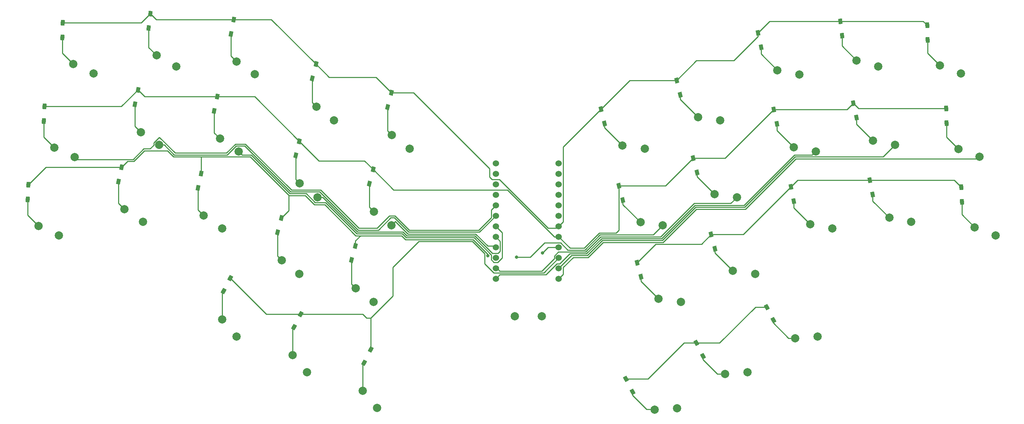
<source format=gbl>
G04 #@! TF.GenerationSoftware,KiCad,Pcbnew,(6.0.6)*
G04 #@! TF.CreationDate,2022-07-31T21:57:04+09:00*
G04 #@! TF.ProjectId,nowt36lp,6e6f7774-3336-46c7-902e-6b696361645f,rev?*
G04 #@! TF.SameCoordinates,Original*
G04 #@! TF.FileFunction,Copper,L2,Bot*
G04 #@! TF.FilePolarity,Positive*
%FSLAX46Y46*%
G04 Gerber Fmt 4.6, Leading zero omitted, Abs format (unit mm)*
G04 Created by KiCad (PCBNEW (6.0.6)) date 2022-07-31 21:57:04*
%MOMM*%
%LPD*%
G01*
G04 APERTURE LIST*
G04 Aperture macros list*
%AMRotRect*
0 Rectangle, with rotation*
0 The origin of the aperture is its center*
0 $1 length*
0 $2 width*
0 $3 Rotation angle, in degrees counterclockwise*
0 Add horizontal line*
21,1,$1,$2,0,0,$3*%
G04 Aperture macros list end*
G04 #@! TA.AperFunction,ComponentPad*
%ADD10C,2.000000*%
G04 #@! TD*
G04 #@! TA.AperFunction,SMDPad,CuDef*
%ADD11RotRect,1.300000X0.950000X255.000000*%
G04 #@! TD*
G04 #@! TA.AperFunction,SMDPad,CuDef*
%ADD12RotRect,1.300000X0.950000X272.000000*%
G04 #@! TD*
G04 #@! TA.AperFunction,SMDPad,CuDef*
%ADD13RotRect,1.300000X0.950000X258.000000*%
G04 #@! TD*
G04 #@! TA.AperFunction,SMDPad,CuDef*
%ADD14RotRect,1.300000X0.950000X243.000000*%
G04 #@! TD*
G04 #@! TA.AperFunction,SMDPad,CuDef*
%ADD15RotRect,1.300000X0.950000X277.000000*%
G04 #@! TD*
G04 #@! TA.AperFunction,SMDPad,CuDef*
%ADD16RotRect,1.300000X0.950000X268.000000*%
G04 #@! TD*
G04 #@! TA.AperFunction,SMDPad,CuDef*
%ADD17RotRect,1.300000X0.950000X297.000000*%
G04 #@! TD*
G04 #@! TA.AperFunction,SMDPad,CuDef*
%ADD18RotRect,1.300000X0.950000X285.000000*%
G04 #@! TD*
G04 #@! TA.AperFunction,SMDPad,CuDef*
%ADD19RotRect,1.300000X0.950000X282.000000*%
G04 #@! TD*
G04 #@! TA.AperFunction,ComponentPad*
%ADD20C,1.524000*%
G04 #@! TD*
G04 #@! TA.AperFunction,SMDPad,CuDef*
%ADD21RotRect,1.300000X0.950000X263.000000*%
G04 #@! TD*
G04 #@! TA.AperFunction,ViaPad*
%ADD22C,0.800000*%
G04 #@! TD*
G04 #@! TA.AperFunction,Conductor*
%ADD23C,0.250000*%
G04 #@! TD*
G04 APERTURE END LIST*
D10*
X129435368Y-71357962D03*
X125149258Y-68035423D03*
D11*
X125049404Y-57825482D03*
X124130596Y-61254518D03*
D10*
X111198168Y-64499962D03*
X106912058Y-61177423D03*
X64991121Y-89108471D03*
X60536998Y-86014802D03*
X250654679Y-89083071D03*
X245327326Y-88068519D03*
D12*
X254468053Y-41486081D03*
X254591947Y-45033919D03*
D10*
X194973432Y-108467362D03*
X189600283Y-107733013D03*
X125066568Y-89899962D03*
X120780458Y-86577423D03*
D11*
X102820000Y-69560000D03*
X101901192Y-72989036D03*
D13*
X86989043Y-40103788D03*
X86250957Y-43576212D03*
D10*
X194067544Y-134161938D03*
X188659131Y-134560777D03*
D14*
X103125833Y-111388463D03*
X101514167Y-114551537D03*
D15*
X233483682Y-40538231D03*
X233916318Y-44061769D03*
D11*
X120629404Y-76405482D03*
X119710596Y-79834518D03*
D10*
X120697768Y-108441962D03*
X116411658Y-105119423D03*
X228027344Y-116839138D03*
X222618931Y-117237977D03*
D11*
X106819404Y-50895482D03*
X105900596Y-54324518D03*
D16*
X45671947Y-40926081D03*
X45548053Y-44473919D03*
D17*
X215714167Y-109708463D03*
X217325833Y-112871537D03*
D18*
X202300596Y-92135482D03*
X203219404Y-95564518D03*
D10*
X48511293Y-73384206D03*
X43587628Y-71110988D03*
D18*
X184380596Y-98955482D03*
X185299404Y-102384518D03*
D17*
X198714167Y-118388463D03*
X200325833Y-121551537D03*
D10*
X68953521Y-70464871D03*
X64499398Y-67371202D03*
X88105121Y-72014271D03*
X83650998Y-68920602D03*
X186235832Y-71357962D03*
X180862683Y-70623613D03*
X267134507Y-73358806D03*
X262064264Y-71434583D03*
D14*
X86135833Y-102708463D03*
X84524167Y-105871537D03*
D10*
X211034744Y-125500538D03*
X205626331Y-125899377D03*
X212910132Y-101661862D03*
X207536983Y-100927513D03*
D18*
X175650596Y-61825482D03*
X176569404Y-65254518D03*
D12*
X259058053Y-61656081D03*
X259181947Y-65203919D03*
D10*
X84117321Y-90657871D03*
X79663198Y-87564202D03*
D18*
X197970596Y-73675482D03*
X198889404Y-77104518D03*
D19*
X240590957Y-79003788D03*
X241329043Y-82476212D03*
D11*
X98440000Y-88160000D03*
X97521192Y-91589036D03*
D10*
X53057893Y-53140406D03*
X48134228Y-50867188D03*
D16*
X41191947Y-61166081D03*
X41068053Y-64713919D03*
D10*
X223629079Y-53396071D03*
X218301726Y-52381519D03*
X102816168Y-101685562D03*
X98530058Y-98363023D03*
X73042571Y-51499822D03*
X68335766Y-48806129D03*
D16*
X37300000Y-80120000D03*
X37176106Y-83667838D03*
D10*
X92067521Y-53370671D03*
X87613398Y-50277002D03*
D19*
X236660957Y-60373788D03*
X237399043Y-63846212D03*
D10*
X242628629Y-51474422D03*
X237409973Y-49999422D03*
X246717679Y-70439471D03*
X241390326Y-69424919D03*
X271020707Y-92332606D03*
X265950464Y-90408383D03*
X227566079Y-72014271D03*
X222238726Y-70999719D03*
D14*
X120085833Y-119988463D03*
X118474167Y-123151537D03*
D10*
X87643856Y-116864538D03*
X84142203Y-112723472D03*
D13*
X82989043Y-58733788D03*
X82250957Y-62206212D03*
D19*
X217440957Y-61923788D03*
X218179043Y-65396212D03*
D18*
X180030596Y-80355482D03*
X180949404Y-83784518D03*
D10*
X44675893Y-92332606D03*
X39752228Y-90059388D03*
D20*
X165472400Y-74927000D03*
X165472400Y-77467000D03*
X165472400Y-80007000D03*
X165472400Y-82547000D03*
X165472400Y-85087000D03*
X165472400Y-87627000D03*
X165472400Y-90167000D03*
X165472400Y-92707000D03*
X165472400Y-95247000D03*
X165472400Y-97787000D03*
X165472400Y-100327000D03*
X165472400Y-102867000D03*
X150252400Y-102867000D03*
X150252400Y-100327000D03*
X150252400Y-97787000D03*
X150252400Y-95247000D03*
X150252400Y-92707000D03*
X150252400Y-90167000D03*
X150252400Y-87627000D03*
X150252400Y-85087000D03*
X150252400Y-82547000D03*
X150252400Y-80007000D03*
X150252400Y-77467000D03*
X150252400Y-74927000D03*
D10*
X262613307Y-53140406D03*
X257543064Y-51216183D03*
D19*
X221540957Y-80613788D03*
X222279043Y-84086212D03*
D21*
X66826318Y-38658231D03*
X66393682Y-42181769D03*
D10*
X154850000Y-111950000D03*
X161350000Y-111950000D03*
D17*
X181720000Y-127070000D03*
X183331666Y-130233074D03*
D19*
X213610957Y-43333788D03*
X214349043Y-46806212D03*
D13*
X63830000Y-57140000D03*
X63091914Y-60612424D03*
D10*
X204498432Y-64474562D03*
X199125283Y-63740213D03*
D13*
X79039043Y-77353788D03*
X78300957Y-80826212D03*
D18*
X193930596Y-54875482D03*
X194849404Y-58304518D03*
D10*
X104636456Y-125500538D03*
X101134803Y-121359472D03*
X208511632Y-83143562D03*
X203138483Y-82409213D03*
D13*
X59850000Y-75840000D03*
X59111914Y-79312424D03*
D11*
X116339404Y-94885482D03*
X115420596Y-98314518D03*
D10*
X121584656Y-134141638D03*
X118083003Y-130000572D03*
X231553879Y-90657871D03*
X226226526Y-89643319D03*
X190604632Y-89899962D03*
X185231483Y-89165613D03*
D12*
X262738053Y-80716081D03*
X262861947Y-84263919D03*
D10*
X107184968Y-83118162D03*
X102898858Y-79795623D03*
D22*
X184410000Y-98950000D03*
X148358906Y-97288200D03*
X161540000Y-96590000D03*
X181630000Y-127140000D03*
X155280000Y-97640000D03*
D23*
X45671947Y-40926081D02*
X64558468Y-40926081D01*
X213610957Y-43333788D02*
X216406514Y-40538231D01*
X165049400Y-90590000D02*
X165472400Y-90167000D01*
X106819404Y-50895482D02*
X110003922Y-54080000D01*
X165472400Y-90167000D02*
X166559400Y-89080000D01*
X166559400Y-70916678D02*
X175650596Y-61825482D01*
X148787098Y-76207098D02*
X148787098Y-78268401D01*
X162910000Y-90590000D02*
X165049400Y-90590000D01*
X66826318Y-38658231D02*
X68271875Y-40103788D01*
X64558468Y-40926081D02*
X66826318Y-38658231D01*
X207770000Y-50060000D02*
X198746078Y-50060000D01*
X213610957Y-44219043D02*
X207770000Y-50060000D01*
X96027710Y-40103788D02*
X106819404Y-50895482D01*
X110003922Y-54080000D02*
X121303922Y-54080000D01*
X125049404Y-57825482D02*
X130405482Y-57825482D01*
X121303922Y-54080000D02*
X125049404Y-57825482D01*
X166559400Y-89080000D02*
X166559400Y-70916678D01*
X175650596Y-61825482D02*
X182600596Y-54875482D01*
X68271875Y-40103788D02*
X86989043Y-40103788D01*
X198746078Y-50060000D02*
X193930596Y-54875482D01*
X151120000Y-78800000D02*
X162910000Y-90590000D01*
X149318697Y-78800000D02*
X151120000Y-78800000D01*
X148787098Y-78268401D02*
X149318697Y-78800000D01*
X216406514Y-40538231D02*
X233483682Y-40538231D01*
X253520203Y-40538231D02*
X254468053Y-41486081D01*
X130405482Y-57825482D02*
X148787098Y-76207098D01*
X86989043Y-40103788D02*
X96027710Y-40103788D01*
X213610957Y-43333788D02*
X213610957Y-44219043D01*
X182600596Y-54875482D02*
X193930596Y-54875482D01*
X233483682Y-40538231D02*
X253520203Y-40538231D01*
X45548053Y-44473919D02*
X45548053Y-48281013D01*
X45548053Y-48281013D02*
X48134228Y-50867188D01*
X66393682Y-46864045D02*
X68335766Y-48806129D01*
X66393682Y-42181769D02*
X66393682Y-46864045D01*
X86250957Y-43576212D02*
X86250957Y-48914561D01*
X86250957Y-48914561D02*
X87613398Y-50277002D01*
X105900596Y-60165961D02*
X106912058Y-61177423D01*
X105900596Y-54324518D02*
X105900596Y-60165961D01*
X124130596Y-61254518D02*
X124130596Y-67016761D01*
X124130596Y-67016761D02*
X125149258Y-68035423D01*
X176569404Y-66330334D02*
X180862683Y-70623613D01*
X176569404Y-65254518D02*
X176569404Y-66330334D01*
X194849404Y-59464334D02*
X199125283Y-63740213D01*
X194849404Y-58304518D02*
X194849404Y-59464334D01*
X214349043Y-48428836D02*
X218301726Y-52381519D01*
X214349043Y-46806212D02*
X214349043Y-48428836D01*
X233916318Y-44061769D02*
X233916318Y-46505767D01*
X233916318Y-46505767D02*
X237409973Y-49999422D01*
X254591947Y-48265066D02*
X257543064Y-51216183D01*
X254591947Y-45033919D02*
X254591947Y-48265066D01*
X259058053Y-61656081D02*
X237943250Y-61656081D01*
X118529812Y-74305890D02*
X120629404Y-76405482D01*
X175254580Y-91780000D02*
X179290000Y-91780000D01*
X235110957Y-61923788D02*
X217440957Y-61923788D01*
X168199400Y-95434000D02*
X171600580Y-95434000D01*
X102820000Y-69560000D02*
X107565890Y-74305890D01*
X179997357Y-80388721D02*
X180030596Y-80355482D01*
X107565890Y-74305890D02*
X118529812Y-74305890D01*
X65423788Y-58733788D02*
X82989043Y-58733788D01*
X165472400Y-92707000D02*
X168199400Y-95434000D01*
X91993788Y-58733788D02*
X102820000Y-69560000D01*
X179290000Y-91780000D02*
X179997357Y-91072643D01*
X59803919Y-61166081D02*
X63830000Y-57140000D01*
X63830000Y-57140000D02*
X65423788Y-58733788D01*
X236660957Y-60373788D02*
X235110957Y-61923788D01*
X205689263Y-73675482D02*
X197970596Y-73675482D01*
X82989043Y-58733788D02*
X91993788Y-58733788D01*
X125576974Y-81353052D02*
X153036656Y-81353052D01*
X171600580Y-95434000D02*
X175254580Y-91780000D01*
X164390604Y-92707000D02*
X165472400Y-92707000D01*
X217440957Y-61923788D02*
X205689263Y-73675482D01*
X191290596Y-80355482D02*
X180030596Y-80355482D01*
X41191947Y-61166081D02*
X59803919Y-61166081D01*
X179997357Y-91072643D02*
X179997357Y-80388721D01*
X237943250Y-61656081D02*
X236660957Y-60373788D01*
X153036656Y-81353052D02*
X164390604Y-92707000D01*
X197970596Y-73675482D02*
X191290596Y-80355482D01*
X120629404Y-76405482D02*
X125576974Y-81353052D01*
X41068053Y-68591413D02*
X41068053Y-64713919D01*
X43587628Y-71110988D02*
X41068053Y-68591413D01*
X63091914Y-60612424D02*
X63091914Y-65963718D01*
X63091914Y-65963718D02*
X64499398Y-67371202D01*
X82250957Y-67520561D02*
X83650998Y-68920602D01*
X82250957Y-62206212D02*
X82250957Y-67520561D01*
X101901192Y-78797957D02*
X102898858Y-79795623D01*
X101901192Y-72989036D02*
X101901192Y-78797957D01*
X119710596Y-85507561D02*
X120780458Y-86577423D01*
X119710596Y-79834518D02*
X119710596Y-85507561D01*
X180949404Y-83784518D02*
X180949404Y-84883534D01*
X180949404Y-84883534D02*
X185231483Y-89165613D01*
X198889404Y-78160134D02*
X203138483Y-82409213D01*
X198889404Y-77104518D02*
X198889404Y-78160134D01*
X218179043Y-65396212D02*
X218179043Y-66940036D01*
X218179043Y-66940036D02*
X222238726Y-70999719D01*
X237399043Y-65433636D02*
X241390326Y-69424919D01*
X237399043Y-63846212D02*
X237399043Y-65433636D01*
X259181947Y-68552266D02*
X262064264Y-71434583D01*
X259181947Y-65203919D02*
X259181947Y-68552266D01*
X106449739Y-84893162D02*
X104249739Y-82693162D01*
X117560000Y-92420000D02*
X116339404Y-93640596D01*
X100325507Y-82693162D02*
X100240000Y-82607655D01*
X118950000Y-92420000D02*
X116451451Y-92420000D01*
X118950000Y-92420000D02*
X117560000Y-92420000D01*
X108924613Y-84893162D02*
X106449739Y-84893162D01*
X90971616Y-73339271D02*
X87556288Y-73339271D01*
X210019263Y-92135482D02*
X221540957Y-80613788D01*
X70929691Y-71840000D02*
X65400501Y-71840000D01*
X127514416Y-92420000D02*
X118950000Y-92420000D01*
X202300596Y-92135482D02*
X210019263Y-92135482D01*
X148358906Y-96899997D02*
X144808909Y-93350000D01*
X100240000Y-86360000D02*
X100240000Y-82607655D01*
X116339404Y-93640596D02*
X116339404Y-94885482D01*
X87556288Y-73339271D02*
X87537017Y-73320000D01*
X104249739Y-82693162D02*
X100325507Y-82693162D01*
X128444416Y-93350000D02*
X127514416Y-92420000D01*
X261025760Y-79003788D02*
X262738053Y-80716081D01*
X79039043Y-73320000D02*
X72409691Y-73320000D01*
X41580000Y-75840000D02*
X37300000Y-80120000D01*
X98440000Y-88160000D02*
X100240000Y-86360000D01*
X61260000Y-74430000D02*
X59850000Y-75840000D01*
X100240000Y-82607655D02*
X90971616Y-73339271D01*
X223150957Y-79003788D02*
X240590957Y-79003788D01*
X62810501Y-74430000D02*
X61260000Y-74430000D01*
X199956078Y-94480000D02*
X202300596Y-92135482D01*
X240590957Y-79003788D02*
X261025760Y-79003788D01*
X116451451Y-92420000D02*
X108924613Y-84893162D01*
X72409691Y-73320000D02*
X70929691Y-71840000D01*
X65400501Y-71840000D02*
X62810501Y-74430000D01*
X79039043Y-77353788D02*
X79039043Y-73320000D01*
X162883000Y-95247000D02*
X161540000Y-96590000D01*
X59850000Y-75840000D02*
X41580000Y-75840000D01*
X188880000Y-94480000D02*
X199956078Y-94480000D01*
X184410000Y-98950000D02*
X188880000Y-94480000D01*
X144808909Y-93350000D02*
X128444416Y-93350000D01*
X221540957Y-80613788D02*
X223150957Y-79003788D01*
X165472400Y-95247000D02*
X162883000Y-95247000D01*
X87537017Y-73320000D02*
X79039043Y-73320000D01*
X148358906Y-97288200D02*
X148358906Y-96899997D01*
X37176106Y-83667838D02*
X37176106Y-87483266D01*
X37176106Y-87483266D02*
X39752228Y-90059388D01*
X59111914Y-79312424D02*
X59111914Y-84589718D01*
X59111914Y-84589718D02*
X60536998Y-86014802D01*
X78300957Y-86201961D02*
X79663198Y-87564202D01*
X78300957Y-80826212D02*
X78300957Y-86201961D01*
X98530058Y-98363023D02*
X97521192Y-97354157D01*
X97521192Y-97354157D02*
X97521192Y-91589036D01*
X115420596Y-104128361D02*
X116411658Y-105119423D01*
X115420596Y-98314518D02*
X115420596Y-104128361D01*
X185299404Y-103432134D02*
X189600283Y-107733013D01*
X185299404Y-102384518D02*
X185299404Y-103432134D01*
X203219404Y-95564518D02*
X203219404Y-96609934D01*
X203219404Y-96609934D02*
X207536983Y-100927513D01*
X222279043Y-85695836D02*
X226226526Y-89643319D01*
X222279043Y-84086212D02*
X222279043Y-85695836D01*
X241329043Y-82476212D02*
X241329043Y-84070236D01*
X241329043Y-84070236D02*
X245327326Y-88068519D01*
X262861947Y-84263919D02*
X262861947Y-87319866D01*
X262861947Y-87319866D02*
X265950464Y-90408383D01*
X181720000Y-127070000D02*
X187060000Y-127070000D01*
X147590000Y-96767487D02*
X144622513Y-93800000D01*
X144622513Y-93800000D02*
X131620000Y-93800000D01*
X119024167Y-112344167D02*
X118068463Y-111388463D01*
X165472400Y-97787000D02*
X161845400Y-101414000D01*
X103125833Y-111388463D02*
X94815833Y-111388463D01*
X204301537Y-118388463D02*
X212981537Y-109708463D01*
X94815833Y-111388463D02*
X86135833Y-102708463D01*
X195741537Y-118388463D02*
X198714167Y-118388463D01*
X131620000Y-93800000D02*
X125385394Y-100034606D01*
X125385394Y-107044606D02*
X120085833Y-112344167D01*
X161845400Y-101414000D02*
X149802149Y-101414000D01*
X212981537Y-109708463D02*
X215714167Y-109708463D01*
X198714167Y-118388463D02*
X204301537Y-118388463D01*
X118068463Y-111388463D02*
X103125833Y-111388463D01*
X125385394Y-100034606D02*
X125385394Y-107044606D01*
X187060000Y-127070000D02*
X195741537Y-118388463D01*
X147590000Y-99201851D02*
X147590000Y-96767487D01*
X149802149Y-101414000D02*
X147590000Y-99201851D01*
X120085833Y-112344167D02*
X119024167Y-112344167D01*
X120085833Y-112344167D02*
X120085833Y-119988463D01*
X84142203Y-106253501D02*
X84524167Y-105871537D01*
X84142203Y-112723472D02*
X84142203Y-106253501D01*
X101134803Y-114930901D02*
X101514167Y-114551537D01*
X101134803Y-121359472D02*
X101134803Y-114930901D01*
X118137663Y-129945912D02*
X118083003Y-130000572D01*
X118137663Y-123488041D02*
X118137663Y-129945912D01*
X118474167Y-123151537D02*
X118137663Y-123488041D01*
X186710000Y-134460000D02*
X188558354Y-134460000D01*
X188558354Y-134460000D02*
X188659131Y-134560777D01*
X183331666Y-130233074D02*
X183331666Y-131081666D01*
X183331666Y-131081666D02*
X186710000Y-134460000D01*
X200325833Y-121551537D02*
X200325833Y-122445833D01*
X200325833Y-122445833D02*
X203779377Y-125899377D01*
X203779377Y-125899377D02*
X205626331Y-125899377D01*
X217325833Y-112871537D02*
X217325833Y-113565833D01*
X217325833Y-113565833D02*
X220997977Y-117237977D01*
X220997977Y-117237977D02*
X222618931Y-117237977D01*
X125907072Y-87630676D02*
X124529324Y-87630676D01*
X85189163Y-72420000D02*
X87369892Y-70239271D01*
X107920197Y-81343162D02*
X100884694Y-81343162D01*
X121540000Y-90620000D02*
X117197035Y-90620000D01*
X67628521Y-70501479D02*
X67628521Y-69916038D01*
X72782483Y-72420000D02*
X85189163Y-72420000D01*
X67628521Y-69916038D02*
X68898974Y-68645585D01*
X87369892Y-70239271D02*
X89780804Y-70239271D01*
X146143004Y-91100000D02*
X129376396Y-91100000D01*
X129376396Y-91100000D02*
X125907072Y-87630676D01*
X68898974Y-68645585D02*
X69008068Y-68645585D01*
X117197035Y-90620000D02*
X107920197Y-81343162D01*
X89780804Y-70239271D02*
X100851533Y-81310000D01*
X149156501Y-88086502D02*
X146143004Y-91100000D01*
X124529324Y-87630676D02*
X121540000Y-90620000D01*
X62624105Y-73980000D02*
X65214105Y-71390000D01*
X65214105Y-71390000D02*
X66740000Y-71390000D01*
X150252400Y-85087000D02*
X149156501Y-86182899D01*
X49107087Y-73980000D02*
X62624105Y-73980000D01*
X66740000Y-71390000D02*
X67628521Y-70501479D01*
X149156501Y-86182899D02*
X149156501Y-88086502D01*
X100884694Y-81343162D02*
X100840766Y-81299234D01*
X69008068Y-68645585D02*
X72782483Y-72420000D01*
X48511293Y-73384206D02*
X49107087Y-73980000D01*
X129190000Y-91550000D02*
X125720676Y-88080676D01*
X150252400Y-87627000D02*
X146329400Y-91550000D01*
X85375559Y-72870000D02*
X72596087Y-72870000D01*
X89594408Y-70689271D02*
X87556288Y-70689271D01*
X70190958Y-70464871D02*
X68953521Y-70464871D01*
X107733801Y-81793162D02*
X100698299Y-81793162D01*
X146329400Y-91550000D02*
X129190000Y-91550000D01*
X121910000Y-91070000D02*
X117010639Y-91070000D01*
X72596087Y-72870000D02*
X70190958Y-70464871D01*
X125720676Y-88080676D02*
X124899324Y-88080676D01*
X124899324Y-88080676D02*
X121910000Y-91070000D01*
X117010639Y-91070000D02*
X107733801Y-81793162D01*
X100698299Y-81793162D02*
X89594408Y-70689271D01*
X87556288Y-70689271D02*
X85375559Y-72870000D01*
X88980121Y-72889271D02*
X88105121Y-72014271D01*
X91158012Y-72889271D02*
X88980121Y-72889271D01*
X151787725Y-97788925D02*
X150702651Y-98874000D01*
X149165400Y-97070095D02*
X144995305Y-92900000D01*
X150252400Y-90167000D02*
X151789400Y-91704000D01*
X127700812Y-91970000D02*
X116637847Y-91970000D01*
X151789400Y-91704000D02*
X151789400Y-97790600D01*
X128630812Y-92900000D02*
X127700812Y-91970000D01*
X149802149Y-98874000D02*
X149165400Y-98237251D01*
X104436135Y-82243162D02*
X100511903Y-82243162D01*
X151789400Y-97790600D02*
X151787725Y-97788925D01*
X109111009Y-84443162D02*
X106636135Y-84443162D01*
X106636135Y-84443162D02*
X104436135Y-82243162D01*
X116637847Y-91970000D02*
X109111009Y-84443162D01*
X150702651Y-98874000D02*
X149802149Y-98874000D01*
X149165400Y-98237251D02*
X149165400Y-97070095D01*
X144995305Y-92900000D02*
X128630812Y-92900000D01*
X100511903Y-82243162D02*
X91158012Y-72889271D01*
X151339400Y-96160600D02*
X150800000Y-96700000D01*
X108422405Y-83118162D02*
X107184968Y-83118162D01*
X116824243Y-91520000D02*
X108422405Y-83118162D01*
X149431701Y-96700000D02*
X145181701Y-92450000D01*
X150252400Y-92707000D02*
X151339400Y-93794000D01*
X127887208Y-91520000D02*
X116824243Y-91520000D01*
X150800000Y-96700000D02*
X149431701Y-96700000D01*
X145181701Y-92450000D02*
X128817208Y-92450000D01*
X151339400Y-93794000D02*
X151339400Y-96160600D01*
X128817208Y-92450000D02*
X127887208Y-91520000D01*
X149940400Y-94935000D02*
X148303097Y-94935000D01*
X129003604Y-92000000D02*
X125985067Y-88981463D01*
X125985067Y-88981463D02*
X125066568Y-89899962D01*
X150252400Y-95247000D02*
X149940400Y-94935000D01*
X145368097Y-92000000D02*
X129003604Y-92000000D01*
X148303097Y-94935000D02*
X145368097Y-92000000D01*
X188274594Y-92230000D02*
X190604632Y-89899962D01*
X158560000Y-97640000D02*
X162040000Y-94160000D01*
X167646651Y-95884000D02*
X171786976Y-95884000D01*
X155280000Y-97640000D02*
X158560000Y-97640000D01*
X175440976Y-92230000D02*
X188274594Y-92230000D01*
X162040000Y-94160000D02*
X165922651Y-94160000D01*
X165922651Y-94160000D02*
X167646651Y-95884000D01*
X171786976Y-95884000D02*
X175440976Y-92230000D01*
X150252400Y-100327000D02*
X150252400Y-99960646D01*
X164385400Y-97336749D02*
X165388149Y-96334000D01*
X198170000Y-84620000D02*
X207035194Y-84620000D01*
X190110000Y-92680000D02*
X198170000Y-84620000D01*
X165388149Y-96334000D02*
X171973372Y-96334000D01*
X161416000Y-100964000D02*
X164385400Y-97994600D01*
X175627372Y-92680000D02*
X190110000Y-92680000D01*
X151255754Y-100964000D02*
X161416000Y-100964000D01*
X164385400Y-97994600D02*
X164385400Y-97336749D01*
X207035194Y-84620000D02*
X208511632Y-83143562D01*
X150252400Y-99960646D02*
X151255754Y-100964000D01*
X171973372Y-96334000D02*
X175627372Y-92680000D01*
X175813768Y-93130000D02*
X190296396Y-93130000D01*
X210210000Y-85070000D02*
X222390729Y-72889271D01*
X222390729Y-72889271D02*
X226691079Y-72889271D01*
X198356396Y-85070000D02*
X210210000Y-85070000D01*
X168106000Y-96784000D02*
X172159768Y-96784000D01*
X165022149Y-99240000D02*
X165650000Y-99240000D01*
X151255400Y-101864000D02*
X162398149Y-101864000D01*
X150252400Y-102867000D02*
X151255400Y-101864000D01*
X226691079Y-72889271D02*
X227566079Y-72014271D01*
X165650000Y-99240000D02*
X168106000Y-96784000D01*
X190296396Y-93130000D02*
X198356396Y-85070000D01*
X162398149Y-101864000D02*
X165022149Y-99240000D01*
X172159768Y-96784000D02*
X175813768Y-93130000D01*
X190482792Y-93580000D02*
X198512792Y-85550000D01*
X198512792Y-85550000D02*
X210366396Y-85550000D01*
X176000164Y-93580000D02*
X190482792Y-93580000D01*
X210366396Y-85550000D02*
X222577125Y-73339271D01*
X172346164Y-97234000D02*
X176000164Y-93580000D01*
X168565400Y-97234000D02*
X172346164Y-97234000D01*
X222577125Y-73339271D02*
X243817879Y-73339271D01*
X243817879Y-73339271D02*
X246717679Y-70439471D01*
X165472400Y-100327000D02*
X168565400Y-97234000D01*
X210552792Y-86000000D02*
X198699188Y-86000000D01*
X172532560Y-97684000D02*
X168976000Y-97684000D01*
X166559400Y-100100600D02*
X166559400Y-101780000D01*
X266704042Y-73789271D02*
X222763521Y-73789271D01*
X198699188Y-86000000D02*
X190669188Y-94030000D01*
X267134507Y-73358806D02*
X266704042Y-73789271D01*
X168976000Y-97684000D02*
X166559400Y-100100600D01*
X190669188Y-94030000D02*
X176186560Y-94030000D01*
X166559400Y-101780000D02*
X165472400Y-102867000D01*
X176186560Y-94030000D02*
X172532560Y-97684000D01*
X222763521Y-73789271D02*
X210552792Y-86000000D01*
M02*

</source>
